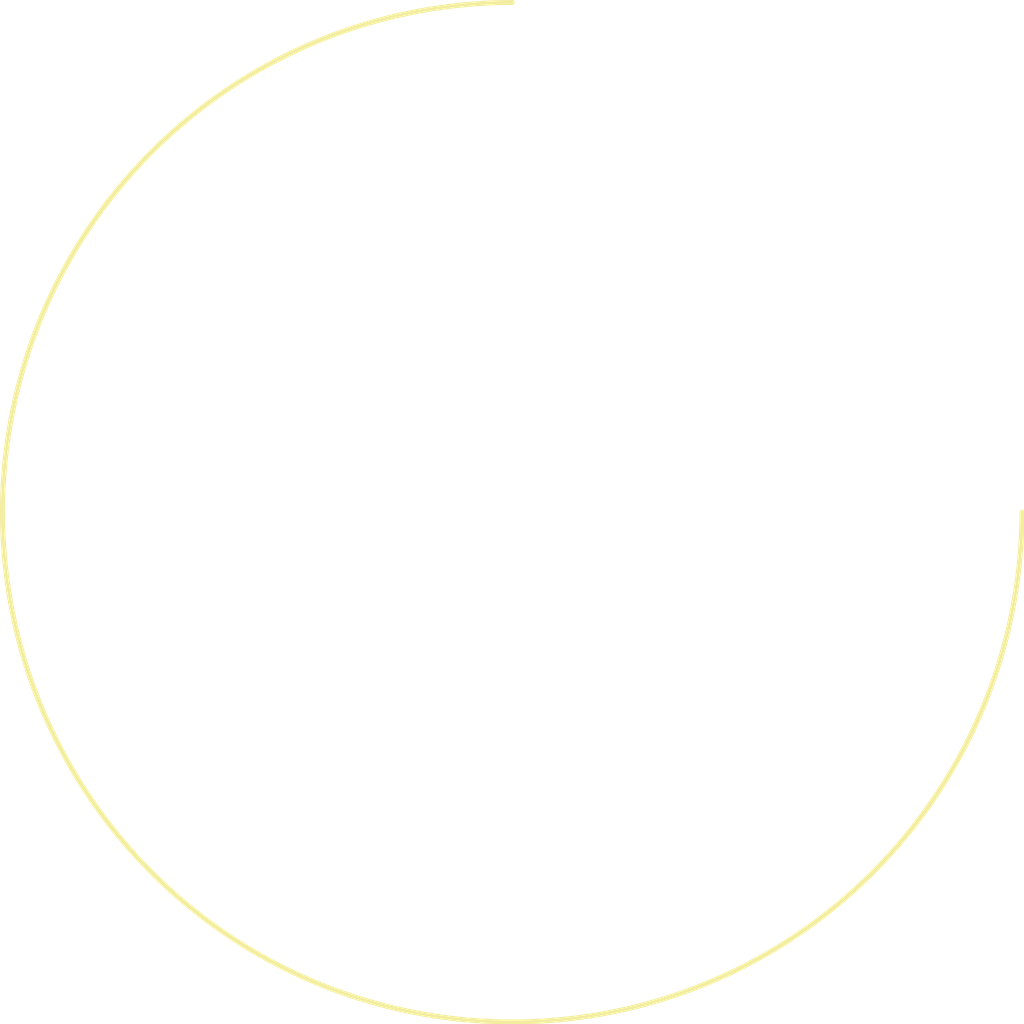
<source format=kicad_pcb>
(kicad_pcb (version 20210722) (generator pcbnew)

  (general
    (thickness 1.6)
  )

  (paper "A4")
  (layers
    (0 "F.Cu" signal)
    (31 "B.Cu" signal)
    (32 "B.Adhes" user "B.Adhesive")
    (33 "F.Adhes" user "F.Adhesive")
    (34 "B.Paste" user)
    (35 "F.Paste" user)
    (36 "B.SilkS" user "B.Silkscreen")
    (37 "F.SilkS" user "F.Silkscreen")
    (38 "B.Mask" user)
    (39 "F.Mask" user)
    (40 "Dwgs.User" user "User.Drawings")
    (41 "Cmts.User" user "User.Comments")
    (42 "Eco1.User" user "User.Eco1")
    (43 "Eco2.User" user "User.Eco2")
    (44 "Edge.Cuts" user)
    (45 "Margin" user)
    (46 "B.CrtYd" user "B.Courtyard")
    (47 "F.CrtYd" user "F.Courtyard")
    (48 "B.Fab" user)
    (49 "F.Fab" user)
    (50 "User.1" user)
    (51 "User.2" user)
    (52 "User.3" user)
    (53 "User.4" user)
    (54 "User.5" user)
    (55 "User.6" user)
    (56 "User.7" user)
    (57 "User.8" user)
    (58 "User.9" user)
  )

  (setup
    (pad_to_mask_clearance 0)
    (pcbplotparams
      (layerselection 0x00010fc_ffffffff)
      (disableapertmacros false)
      (usegerberextensions false)
      (usegerberattributes true)
      (usegerberadvancedattributes true)
      (creategerberjobfile true)
      (svguseinch false)
      (svgprecision 6)
      (excludeedgelayer true)
      (plotframeref false)
      (viasonmask false)
      (mode 1)
      (useauxorigin false)
      (hpglpennumber 1)
      (hpglpenspeed 20)
      (hpglpendiameter 15.000000)
      (dxfpolygonmode true)
      (dxfimperialunits true)
      (dxfusepcbnewfont true)
      (psnegative false)
      (psa4output false)
      (plotreference true)
      (plotvalue true)
      (plotinvisibletext false)
      (sketchpadsonfab false)
      (subtractmaskfromsilk false)
      (outputformat 1)
      (mirror false)
      (drillshape 1)
      (scaleselection 1)
      (outputdirectory "")
    )
  )

  (net 0 "")

  (gr_arc (start 203.199999 152.400001) (end 203.2 127) (angle -270.0000045) (layer "F.SilkS") (width 0.25) (tstamp ff8f9eac-6f1b-4321-b62e-9a58f0a5a017))

)

</source>
